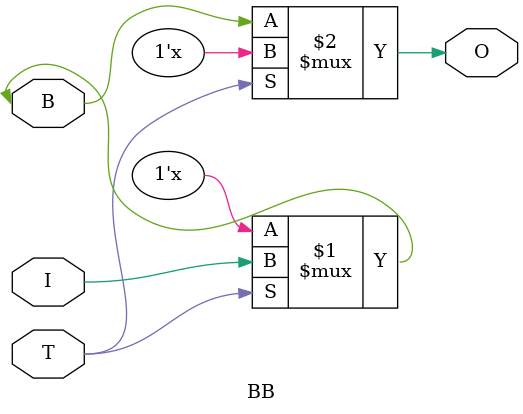
<source format=v>
module BB(
    input I,
    output O,
    input T,
    inout B
);
    assign B = T ? I : 1'bz;
    assign O = T ? 1'bx: B;

endmodule


</source>
